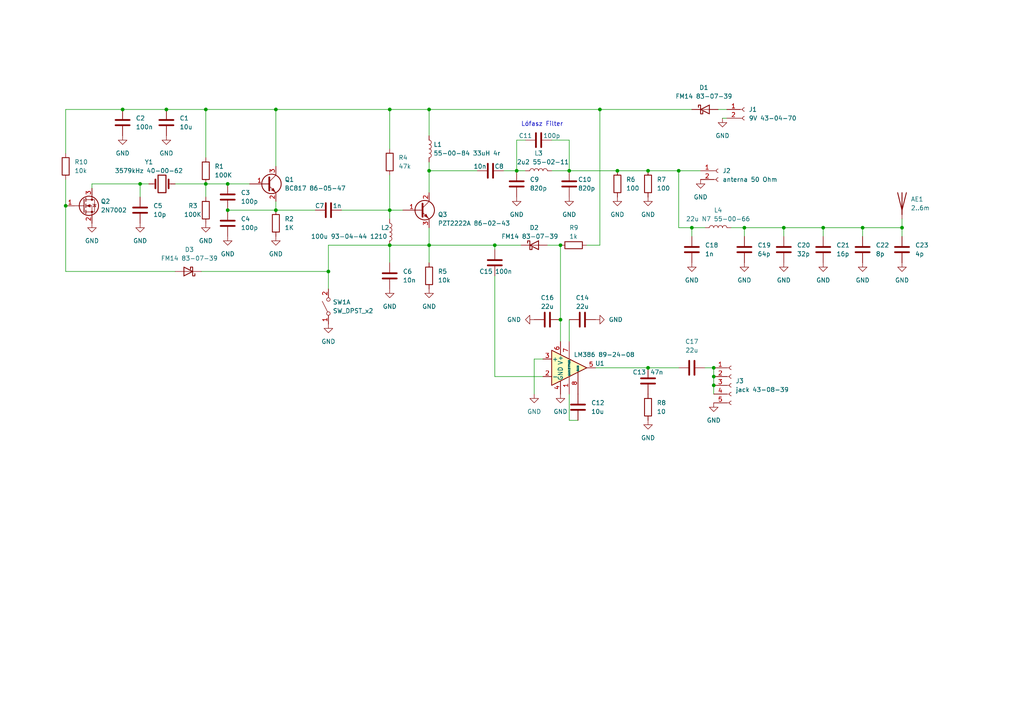
<source format=kicad_sch>
(kicad_sch (version 20230121) (generator eeschema)
  (paper "A4")
  (lib_symbols
    (symbol "Amplifier_Audio:LM386" (pin_names (offset 0.127))
      (property "Reference" "U" (at 1.27 7.62 0))
      (property "Value" "LM386" (at 1.27 5.08 0))
      (symbol "LM386_0_1"
        (polyline (pts (xy 5.08 0) (xy -5.08 5.08) (xy -5.08 -5.08) (xy 5.08 0)) (stroke (width 0.254)) (fill (type background)))
      )
      (symbol "LM386_1_1"
        (pin input line (at 0 -7.62 90) (length 5.08) (name "GAIN") (number "1"))
        (pin input line (at -7.62 -2.54 0) (length 2.54) (name "-") (number "2"))
        (pin input line (at -7.62 2.54 0) (length 2.54) (name "+") (number "3"))
        (pin power_in line (at -2.54 -7.62 90) (length 3.81) (name "GND") (number "4"))
        (pin output line (at 7.62 0 180) (length 2.54) (name "~") (number "5"))
        (pin power_in line (at -2.54 7.62 270) (length 3.81) (name "V+") (number "6"))
        (pin input line (at 0 7.62 270) (length 5.08) (name "BYPASS") (number "7"))
        (pin input line (at 2.54 -7.62 90) (length 6.35) (name "GAIN") (number "8"))
      )
    )
    (symbol "Connector:Conn_01x02_Socket" (pin_names (offset 1.016) hide)
      (property "Reference" "J" (at 0 2.54 0))
      (property "Value" "Conn_01x02_Socket" (at 0 -5.08 0))
      (symbol "Conn_01x02_Socket_1_1"
        (arc (start 0 -2.032) (mid -0.5058 -2.54) (end 0 -3.048) (stroke (width 0.1524)))
        (polyline (pts (xy -1.27 -2.54) (xy -0.508 -2.54)) (stroke (width 0.1524)))
        (polyline (pts (xy -1.27 0) (xy -0.508 0)) (stroke (width 0.1524)))
        (arc (start 0 0.508) (mid -0.5058 0) (end 0 -0.508) (stroke (width 0.1524)))
        (pin passive line (at -5.08 0 0) (length 3.81) (name "Pin_1") (number "1"))
        (pin passive line (at -5.08 -2.54 0) (length 3.81) (name "Pin_2") (number "2"))
      )
    )
    (symbol "Connector:Conn_01x05_Socket" (pin_names (offset 1.016) hide)
      (property "Reference" "J" (at 0 7.62 0))
      (property "Value" "Conn_01x05_Socket" (at 0 -7.62 0))
      (symbol "Conn_01x05_Socket_1_1"
        (arc (start 0 -4.572) (mid -0.5058 -5.08) (end 0 -5.588) (stroke (width 0.1524)))
        (arc (start 0 -2.032) (mid -0.5058 -2.54) (end 0 -3.048) (stroke (width 0.1524)))
        (polyline (pts (xy -1.27 -5.08) (xy -0.508 -5.08)) (stroke (width 0.1524)))
        (polyline (pts (xy -1.27 -2.54) (xy -0.508 -2.54)) (stroke (width 0.1524)))
        (polyline (pts (xy -1.27 0) (xy -0.508 0)) (stroke (width 0.1524)))
        (polyline (pts (xy -1.27 2.54) (xy -0.508 2.54)) (stroke (width 0.1524)))
        (polyline (pts (xy -1.27 5.08) (xy -0.508 5.08)) (stroke (width 0.1524)))
        (arc (start 0 0.508) (mid -0.5058 0) (end 0 -0.508) (stroke (width 0.1524)))
        (arc (start 0 3.048) (mid -0.5058 2.54) (end 0 2.032) (stroke (width 0.1524)))
        (arc (start 0 5.588) (mid -0.5058 5.08) (end 0 4.572) (stroke (width 0.1524)))
        (pin passive line (at -5.08 5.08 0) (length 3.81) (name "Pin_1") (number "1"))
        (pin passive line (at -5.08 2.54 0) (length 3.81) (name "Pin_2") (number "2"))
        (pin passive line (at -5.08 0 0) (length 3.81) (name "Pin_3") (number "3"))
        (pin passive line (at -5.08 -2.54 0) (length 3.81) (name "Pin_4") (number "4"))
        (pin passive line (at -5.08 -5.08 0) (length 3.81) (name "Pin_5") (number "5"))
      )
    )
    (symbol "Device:Antenna" (pin_numbers hide) (pin_names (offset 1.016) hide)
      (property "Reference" "AE" (at -1.905 1.905 0))
      (property "Value" "Antenna" (at -1.905 0 0))
      (symbol "Antenna_0_1"
        (polyline (pts (xy 0 2.54) (xy 0 -3.81)) (stroke (width 0.254)))
        (polyline (pts (xy 1.27 2.54) (xy 0 -2.54) (xy -1.27 2.54)) (stroke (width 0.254)))
      )
      (symbol "Antenna_1_1"
        (pin input line (at 0 -5.08 90) (length 2.54) (name "A") (number "1"))
      )
    )
    (symbol "Device:C" (pin_numbers hide) (pin_names (offset 0.254))
      (property "Reference" "C" (at 0.635 2.54 0))
      (property "Value" "C" (at 0.635 -2.54 0))
      (symbol "C_0_1"
        (polyline (pts (xy -2.032 -0.762) (xy 2.032 -0.762)) (stroke (width 0.508)))
        (polyline (pts (xy -2.032 0.762) (xy 2.032 0.762)) (stroke (width 0.508)))
      )
      (symbol "C_1_1"
        (pin passive line (at 0 3.81 270) (length 2.794) (name "~") (number "1"))
        (pin passive line (at 0 -3.81 90) (length 2.794) (name "~") (number "2"))
      )
    )
    (symbol "Device:Crystal" (pin_numbers hide) (pin_names (offset 1.016) hide)
      (property "Reference" "Y" (at 0 3.81 0))
      (property "Value" "Crystal" (at 0 -3.81 0))
      (symbol "Crystal_0_1"
        (rectangle (start -1.143 2.54) (end 1.143 -2.54) (stroke (width 0.3048)))
        (polyline (pts (xy -2.54 0) (xy -1.905 0)))
        (polyline (pts (xy -1.905 -1.27) (xy -1.905 1.27)) (stroke (width 0.508)))
        (polyline (pts (xy 1.905 -1.27) (xy 1.905 1.27)) (stroke (width 0.508)))
        (polyline (pts (xy 2.54 0) (xy 1.905 0)))
      )
      (symbol "Crystal_1_1"
        (pin passive line (at -3.81 0 0) (length 1.27) (name "1") (number "1"))
        (pin passive line (at 3.81 0 180) (length 1.27) (name "2") (number "2"))
      )
    )
    (symbol "Device:D_Schottky" (pin_numbers hide) (pin_names (offset 1.016) hide)
      (property "Reference" "D" (at 0 2.54 0))
      (property "Value" "D_Schottky" (at 0 -2.54 0))
      (symbol "D_Schottky_0_1"
        (polyline (pts (xy 1.27 0) (xy -1.27 0)))
        (polyline (pts (xy 1.27 1.27) (xy 1.27 -1.27) (xy -1.27 0) (xy 1.27 1.27)) (stroke (width 0.254)))
        (polyline (pts (xy -1.905 0.635) (xy -1.905 1.27) (xy -1.27 1.27) (xy -1.27 -1.27) (xy -0.635 -1.27) (xy -0.635 -0.635)) (stroke (width 0.254)))
      )
      (symbol "D_Schottky_1_1"
        (pin passive line (at -3.81 0 0) (length 2.54) (name "K") (number "1"))
        (pin passive line (at 3.81 0 180) (length 2.54) (name "A") (number "2"))
      )
    )
    (symbol "Device:L" (pin_numbers hide) (pin_names (offset 1.016) hide)
      (property "Reference" "L" (at -1.27 0 90))
      (property "Value" "L" (at 1.905 0 90))
      (symbol "L_0_1"
        (arc (start 0 -2.54) (mid 0.6323 -1.905) (end 0 -1.27))
        (arc (start 0 -1.27) (mid 0.6323 -0.635) (end 0 0))
        (arc (start 0 0) (mid 0.6323 0.635) (end 0 1.27))
        (arc (start 0 1.27) (mid 0.6323 1.905) (end 0 2.54))
      )
      (symbol "L_1_1"
        (pin passive line (at 0 3.81 270) (length 1.27) (name "1") (number "1"))
        (pin passive line (at 0 -3.81 90) (length 1.27) (name "2") (number "2"))
      )
    )
    (symbol "Device:R" (pin_numbers hide) (pin_names (offset 0))
      (property "Reference" "R" (at 2.032 0 90))
      (property "Value" "R" (at 0 0 90))
      (symbol "R_0_1"
        (rectangle (start -1.016 -2.54) (end 1.016 2.54) (stroke (width 0.254)))
      )
      (symbol "R_1_1"
        (pin passive line (at 0 3.81 270) (length 1.27) (name "~") (number "1"))
        (pin passive line (at 0 -3.81 90) (length 1.27) (name "~") (number "2"))
      )
    )
    (symbol "Switch:SW_DPST_x2" (pin_names (offset 0) hide)
      (property "Reference" "SW" (at 0 3.175 0))
      (property "Value" "SW_DPST_x2" (at 0 -2.54 0))
      (symbol "SW_DPST_x2_0_0"
        (circle (center -2.032 0) (radius 0.508))
        (polyline (pts (xy -1.524 0.254) (xy 1.524 1.778)))
        (circle (center 2.032 0) (radius 0.508))
      )
      (symbol "SW_DPST_x2_1_1"
        (pin passive line (at -5.08 0 0) (length 2.54) (name "A") (number "1"))
        (pin passive line (at 5.08 0 180) (length 2.54) (name "B") (number "2"))
      )
      (symbol "SW_DPST_x2_2_1"
        (pin passive line (at -5.08 0 0) (length 2.54) (name "A") (number "3"))
        (pin passive line (at 5.08 0 180) (length 2.54) (name "B") (number "4"))
      )
    )
    (symbol "Transistor_BJT:BC817" (pin_names (offset 0) hide)
      (property "Reference" "Q" (at 5.08 1.905 0))
      (property "Value" "BC817" (at 5.08 0 0))
      (symbol "BC817_0_1"
        (polyline (pts (xy 0.635 0.635) (xy 2.54 2.54)))
        (polyline (pts (xy 0.635 -0.635) (xy 2.54 -2.54) (xy 2.54 -2.54)))
        (polyline (pts (xy 0.635 1.905) (xy 0.635 -1.905) (xy 0.635 -1.905)) (stroke (width 0.508)))
        (polyline (pts (xy 1.27 -1.778) (xy 1.778 -1.27) (xy 2.286 -2.286) (xy 1.27 -1.778) (xy 1.27 -1.778)) (fill (type outline)))
        (circle (center 1.27 0) (radius 2.8194) (stroke (width 0.254)))
      )
      (symbol "BC817_1_1"
        (pin input line (at -5.08 0 0) (length 5.715) (name "B") (number "1"))
        (pin passive line (at 2.54 -5.08 90) (length 2.54) (name "E") (number "2"))
        (pin passive line (at 2.54 5.08 270) (length 2.54) (name "C") (number "3"))
      )
    )
    (symbol "Transistor_BJT:PZT2222A" (pin_names (offset 0) hide)
      (property "Reference" "Q" (at 5.08 1.905 0))
      (property "Value" "PZT2222A" (at 5.08 0 0))
      (symbol "PZT2222A_0_1"
        (polyline (pts (xy 0 0) (xy 0.635 0)))
        (polyline (pts (xy 2.54 -2.54) (xy 0.635 -0.635)))
        (polyline (pts (xy 2.54 2.54) (xy 0.635 0.635)))
        (polyline (pts (xy 0.635 1.905) (xy 0.635 -1.905) (xy 0.635 -1.905)) (stroke (width 0.508)))
        (polyline (pts (xy 2.286 -2.286) (xy 1.778 -1.778) (xy 1.778 -1.778)))
        (polyline (pts (xy 1.143 -1.651) (xy 1.651 -1.143) (xy 2.159 -2.159) (xy 1.143 -1.651) (xy 1.143 -1.651)) (fill (type outline)))
        (circle (center 1.27 0) (radius 2.8194) (stroke (width 0.254)))
      )
      (symbol "PZT2222A_1_1"
        (pin input line (at -5.08 0 0) (length 5.08) (name "B") (number "1"))
        (pin passive line (at 2.54 5.08 270) (length 2.54) (name "C") (number "2"))
        (pin passive line (at 2.54 -5.08 90) (length 2.54) (name "E") (number "3"))
      )
    )
    (symbol "Transistor_FET:2N7002" (pin_names hide)
      (property "Reference" "Q" (at 5.08 1.905 0))
      (property "Value" "2N7002" (at 5.08 0 0))
      (symbol "2N7002_0_1"
        (polyline (pts (xy 0.254 0) (xy -2.54 0)))
        (polyline (pts (xy 0.254 1.905) (xy 0.254 -1.905)) (stroke (width 0.254)))
        (polyline (pts (xy 0.762 -1.27) (xy 0.762 -2.286)) (stroke (width 0.254)))
        (polyline (pts (xy 0.762 0.508) (xy 0.762 -0.508)) (stroke (width 0.254)))
        (polyline (pts (xy 0.762 2.286) (xy 0.762 1.27)) (stroke (width 0.254)))
        (polyline (pts (xy 2.54 2.54) (xy 2.54 1.778)))
        (polyline (pts (xy 2.54 -2.54) (xy 2.54 0) (xy 0.762 0)))
        (polyline (pts (xy 0.762 -1.778) (xy 3.302 -1.778) (xy 3.302 1.778) (xy 0.762 1.778)))
        (polyline (pts (xy 1.016 0) (xy 2.032 0.381) (xy 2.032 -0.381) (xy 1.016 0)) (fill (type outline)))
        (polyline (pts (xy 2.794 0.508) (xy 2.921 0.381) (xy 3.683 0.381) (xy 3.81 0.254)))
        (polyline (pts (xy 3.302 0.381) (xy 2.921 -0.254) (xy 3.683 -0.254) (xy 3.302 0.381)))
        (circle (center 1.651 0) (radius 2.794) (stroke (width 0.254)))
        (circle (center 2.54 -1.778) (radius 0.254) (fill (type outline)))
        (circle (center 2.54 1.778) (radius 0.254) (fill (type outline)))
      )
      (symbol "2N7002_1_1"
        (pin input line (at -5.08 0 0) (length 2.54) (name "G") (number "1"))
        (pin passive line (at 2.54 -5.08 90) (length 2.54) (name "S") (number "2"))
        (pin passive line (at 2.54 5.08 270) (length 2.54) (name "D") (number "3"))
      )
    )
    (symbol "power:GND" (power) (pin_names (offset 0))
      (property "Value" "GND" (at 0 -3.81 0))
      (symbol "GND_0_1"
        (polyline (pts (xy 0 0) (xy 0 -1.27) (xy 1.27 -1.27) (xy 0 -2.54) (xy -1.27 -1.27) (xy 0 -1.27)))
      )
      (symbol "GND_1_1"
        (pin power_in line (at 0 0 270) (length 0) hide (name "GND") (number "1"))
      )
    )
  )
  (junction (at 207.01 106.68))
  (junction (at 196.85 49.53))
  (junction (at 48.26 31.75))
  (junction (at 40.64 53.34))
  (junction (at 165.1 49.53))
  (junction (at 113.03 60.96))
  (junction (at 207.01 109.22))
  (junction (at 59.69 53.34))
  (junction (at 59.69 31.75))
  (junction (at 261.62 66.04))
  (junction (at 66.04 60.96))
  (junction (at 187.96 49.53))
  (junction (at 179.07 49.53))
  (junction (at 80.01 31.75))
  (junction (at 124.46 71.12))
  (junction (at 124.46 31.75))
  (junction (at 173.99 31.75))
  (junction (at 35.56 31.75))
  (junction (at 80.01 60.96))
  (junction (at 227.33 66.04))
  (junction (at 113.03 31.75))
  (junction (at 149.86 49.53))
  (junction (at 200.66 66.04))
  (junction (at 162.56 92.71))
  (junction (at 238.76 66.04))
  (junction (at 19.05 59.69))
  (junction (at 250.19 66.04))
  (junction (at 124.46 49.53))
  (junction (at 215.9 66.04))
  (junction (at 162.56 71.12))
  (junction (at 143.51 71.12))
  (junction (at 113.03 71.12))
  (junction (at 66.04 53.34))
  (junction (at 207.01 111.76))
  (junction (at 187.96 106.68))
  (junction (at 95.25 78.74))
  (wire (pts (xy 215.9 66.04) (xy 227.33 66.04)))
  (wire (pts (xy 238.76 66.04) (xy 250.19 66.04)))
  (wire (pts (xy 50.8 53.34) (xy 59.69 53.34)))
  (wire (pts (xy 124.46 49.53) (xy 138.43 49.53)))
  (wire (pts (xy 124.46 71.12) (xy 124.46 76.2)))
  (wire (pts (xy 167.64 121.92) (xy 165.1 121.92)))
  (wire (pts (xy 165.1 92.71) (xy 165.1 99.06)))
  (wire (pts (xy 124.46 71.12) (xy 143.51 71.12)))
  (wire (pts (xy 35.56 31.75) (xy 19.05 31.75)))
  (wire (pts (xy 149.86 49.53) (xy 152.4 49.53)))
  (wire (pts (xy 66.04 53.34) (xy 72.39 53.34)))
  (wire (pts (xy 80.01 31.75) (xy 113.03 31.75)))
  (wire (pts (xy 35.56 31.75) (xy 48.26 31.75)))
  (wire (pts (xy 261.62 63.5) (xy 261.62 66.04)))
  (wire (pts (xy 113.03 60.96) (xy 116.84 60.96)))
  (wire (pts (xy 95.25 78.74) (xy 95.25 83.82)))
  (wire (pts (xy 208.28 31.75) (xy 210.82 31.75)))
  (wire (pts (xy 187.96 49.53) (xy 196.85 49.53)))
  (wire (pts (xy 196.85 49.53) (xy 196.85 66.04)))
  (wire (pts (xy 143.51 109.22) (xy 157.48 109.22)))
  (wire (pts (xy 160.02 49.53) (xy 165.1 49.53)))
  (wire (pts (xy 227.33 66.04) (xy 238.76 66.04)))
  (wire (pts (xy 113.03 71.12) (xy 113.03 76.2)))
  (wire (pts (xy 48.26 31.75) (xy 59.69 31.75)))
  (wire (pts (xy 99.06 60.96) (xy 113.03 60.96)))
  (wire (pts (xy 113.03 71.12) (xy 95.25 71.12)))
  (wire (pts (xy 124.46 39.37) (xy 124.46 31.75)))
  (wire (pts (xy 19.05 52.07) (xy 19.05 59.69)))
  (wire (pts (xy 80.01 31.75) (xy 80.01 48.26)))
  (wire (pts (xy 162.56 92.71) (xy 162.56 99.06)))
  (wire (pts (xy 207.01 109.22) (xy 207.01 111.76)))
  (wire (pts (xy 59.69 31.75) (xy 80.01 31.75)))
  (wire (pts (xy 187.96 106.68) (xy 196.85 106.68)))
  (wire (pts (xy 58.42 78.74) (xy 95.25 78.74)))
  (wire (pts (xy 143.51 72.39) (xy 143.51 71.12)))
  (wire (pts (xy 26.67 53.34) (xy 26.67 54.61)))
  (wire (pts (xy 19.05 31.75) (xy 19.05 44.45)))
  (wire (pts (xy 170.18 71.12) (xy 173.99 71.12)))
  (wire (pts (xy 212.09 66.04) (xy 215.9 66.04)))
  (wire (pts (xy 154.94 104.14) (xy 154.94 114.3)))
  (wire (pts (xy 40.64 53.34) (xy 26.67 53.34)))
  (wire (pts (xy 165.1 40.64) (xy 165.1 49.53)))
  (wire (pts (xy 19.05 78.74) (xy 19.05 59.69)))
  (wire (pts (xy 209.55 34.29) (xy 210.82 34.29)))
  (wire (pts (xy 59.69 53.34) (xy 59.69 57.15)))
  (wire (pts (xy 157.48 104.14) (xy 154.94 104.14)))
  (wire (pts (xy 204.47 106.68) (xy 207.01 106.68)))
  (wire (pts (xy 172.72 106.68) (xy 187.96 106.68)))
  (wire (pts (xy 59.69 53.34) (xy 66.04 53.34)))
  (wire (pts (xy 124.46 31.75) (xy 173.99 31.75)))
  (wire (pts (xy 113.03 31.75) (xy 124.46 31.75)))
  (wire (pts (xy 196.85 49.53) (xy 203.2 49.53)))
  (wire (pts (xy 113.03 60.96) (xy 113.03 63.5)))
  (wire (pts (xy 165.1 49.53) (xy 179.07 49.53)))
  (wire (pts (xy 124.46 49.53) (xy 124.46 55.88)))
  (wire (pts (xy 173.99 31.75) (xy 200.66 31.75)))
  (wire (pts (xy 204.47 66.04) (xy 200.66 66.04)))
  (wire (pts (xy 160.02 40.64) (xy 165.1 40.64)))
  (wire (pts (xy 200.66 66.04) (xy 200.66 68.58)))
  (wire (pts (xy 250.19 66.04) (xy 250.19 68.58)))
  (wire (pts (xy 124.46 46.99) (xy 124.46 49.53)))
  (wire (pts (xy 165.1 121.92) (xy 165.1 114.3)))
  (wire (pts (xy 215.9 66.04) (xy 215.9 68.58)))
  (wire (pts (xy 238.76 66.04) (xy 238.76 68.58)))
  (wire (pts (xy 143.51 71.12) (xy 151.13 71.12)))
  (wire (pts (xy 113.03 31.75) (xy 113.03 43.18)))
  (wire (pts (xy 40.64 57.15) (xy 40.64 53.34)))
  (wire (pts (xy 59.69 45.72) (xy 59.69 31.75)))
  (wire (pts (xy 173.99 31.75) (xy 173.99 71.12)))
  (wire (pts (xy 66.04 60.96) (xy 80.01 60.96)))
  (wire (pts (xy 196.85 66.04) (xy 200.66 66.04)))
  (wire (pts (xy 113.03 50.8) (xy 113.03 60.96)))
  (wire (pts (xy 250.19 66.04) (xy 261.62 66.04)))
  (wire (pts (xy 261.62 66.04) (xy 261.62 68.58)))
  (wire (pts (xy 143.51 80.01) (xy 143.51 109.22)))
  (wire (pts (xy 162.56 71.12) (xy 162.56 92.71)))
  (wire (pts (xy 95.25 71.12) (xy 95.25 78.74)))
  (wire (pts (xy 40.64 53.34) (xy 43.18 53.34)))
  (wire (pts (xy 149.86 40.64) (xy 152.4 40.64)))
  (wire (pts (xy 207.01 111.76) (xy 207.01 114.3)))
  (wire (pts (xy 179.07 49.53) (xy 187.96 49.53)))
  (wire (pts (xy 158.75 71.12) (xy 162.56 71.12)))
  (wire (pts (xy 146.05 49.53) (xy 149.86 49.53)))
  (wire (pts (xy 50.8 78.74) (xy 19.05 78.74)))
  (wire (pts (xy 80.01 58.42) (xy 80.01 60.96)))
  (wire (pts (xy 124.46 71.12) (xy 124.46 66.04)))
  (wire (pts (xy 207.01 106.68) (xy 207.01 109.22)))
  (wire (pts (xy 113.03 71.12) (xy 124.46 71.12)))
  (wire (pts (xy 91.44 60.96) (xy 80.01 60.96)))
  (wire (pts (xy 227.33 66.04) (xy 227.33 68.58)))
  (wire (pts (xy 149.86 49.53) (xy 149.86 40.64)))
  (text "Lófasz Filter\n" (at 151.13 36.83 0) (effects (font (size 1.27 1.27)) (justify left bottom)))
  (symbol (lib_id "Device:C") (at 48.26 35.56 0) (unit 1)
    (property "Reference" "C1" (at 52.07 34.29 0) (effects (justify left)))
    (property "Value" "10u" (at 52.07 36.83 0) (effects (justify left)))
    (property "Footprint" "Capacitor_SMD:C_1206_3216Metric" (effects hide))
  )
  (symbol (lib_id "power:GND") (at 113.03 83.82 0) (unit 1)
    (property "Reference" "#PWR09" (effects hide))
    (property "Value" "GND" (at 113.03 88.9 0))
  )
  (symbol (lib_id "power:GND") (at 209.55 34.29 0) (unit 1)
    (property "Reference" "#PWR05" (effects hide))
    (property "Value" "GND" (at 209.55 39.37 0))
  )
  (symbol (lib_id "power:GND") (at 59.69 64.77 0) (unit 1)
    (property "Reference" "#PWR02" (effects hide))
    (property "Value" "GND" (at 59.69 69.85 0))
  )
  (symbol (lib_id "Device:C") (at 40.64 60.96 0) (unit 1)
    (property "Reference" "C5" (at 44.45 59.69 0) (effects (justify left)))
    (property "Value" "10p" (at 44.45 62.23 0) (effects (justify left)))
    (property "Footprint" "Capacitor_SMD:C_0805_2012Metric" (effects hide))
  )
  (symbol (lib_id "Device:R") (at 166.37 71.12 270) (unit 1)
    (property "Reference" "R9" (at 165.1 66.04 90) (effects (justify left)))
    (property "Value" "1k" (at 165.1 68.58 90) (effects (justify left)))
    (property "Footprint" "Resistor_SMD:R_0805_2012Metric" (effects hide))
  )
  (symbol (lib_id "Transistor_BJT:BC817") (at 77.47 53.34 0) (unit 1)
    (property "Reference" "Q1" (at 82.55 52.07 0) (effects (justify left)))
    (property "Value" "BC817 86-05-47" (at 82.55 54.61 0) (effects (justify left)))
    (property "Footprint" "Package_TO_SOT_SMD:SOT-23" (effects hide))
    (property "Datasheet" "https://www.onsemi.com/pub/Collateral/BC818-D.pdf 86-05-47" (effects hide))
  )
  (symbol (lib_id "Device:C") (at 250.19 72.39 0) (unit 1)
    (property "Reference" "C22" (at 254 71.12 0) (effects (justify left)))
    (property "Value" "8p" (at 254 73.66 0) (effects (justify left)))
    (property "Footprint" "Capacitor_SMD:C_0805_2012Metric" (effects hide))
  )
  (symbol (lib_id "Device:L") (at 156.21 49.53 90) (unit 1)
    (property "Reference" "L3" (at 156.21 44.45 90))
    (property "Value" "2u2 55-02-11" (at 157.48 46.99 90))
    (property "Datasheet" "2u2 55-02-11" (effects hide))
  )
  (symbol (lib_id "Device:C") (at 200.66 106.68 90) (unit 1)
    (property "Reference" "C17" (at 200.66 99.06 90))
    (property "Value" "22u" (at 200.66 101.6 90))
    (property "Footprint" "Capacitor_SMD:C_0805_2012Metric" (effects hide))
  )
  (symbol (lib_id "Device:R") (at 19.05 48.26 0) (unit 1)
    (property "Reference" "R10" (at 21.59 46.99 0) (effects (justify left)))
    (property "Value" "10k" (at 21.59 49.53 0) (effects (justify left)))
    (property "Footprint" "Resistor_SMD:R_0805_2012Metric" (effects hide))
  )
  (symbol (lib_id "power:GND") (at 26.67 64.77 0) (unit 1)
    (property "Reference" "#PWR08" (effects hide))
    (property "Value" "GND" (at 26.67 69.85 0))
  )
  (symbol (lib_id "Device:L") (at 208.28 66.04 90) (unit 1)
    (property "Reference" "L4" (at 208.28 60.96 90))
    (property "Value" "22u N7 55-00-66" (at 208.28 63.5 90))
    (property "Datasheet" "22u N7 55-00-66" (effects hide))
  )
  (symbol (lib_id "Connector:Conn_01x02_Socket") (at 208.28 49.53 0) (unit 1)
    (property "Reference" "J2" (at 209.55 49.53 0) (effects (justify left)))
    (property "Value" "anterna 50 Ohm" (at 209.55 52.07 0) (effects (justify left)))
    (property "Footprint" "tcvr:coax" (effects hide))
  )
  (symbol (lib_id "Connector:Conn_01x05_Socket") (at 212.09 111.76 0) (unit 1)
    (property "Reference" "J3" (at 213.36 110.49 0) (effects (justify left)))
    (property "Value" "jack 43-08-39" (at 213.36 113.03 0) (effects (justify left)))
    (property "Datasheet" "jack 43-08-39" (effects hide))
  )
  (symbol (lib_id "power:GND") (at 238.76 76.2 0) (unit 1)
    (property "Reference" "#PWR026" (effects hide))
    (property "Value" "GND" (at 238.76 81.28 0))
  )
  (symbol (lib_id "Connector:Conn_01x02_Socket") (at 215.9 31.75 0) (unit 1)
    (property "Reference" "J1" (at 217.17 31.75 0) (effects (justify left)))
    (property "Value" "9V 43-04-70" (at 217.17 34.29 0) (effects (justify left)))
    (property "Footprint" "Connector_PinHeader_2.54mm:PinHeader_1x02_P2.54mm_Vertical" (effects hide))
    (property "Datasheet" "43-04-70" (effects hide))
  )
  (symbol (lib_id "Device:C") (at 215.9 72.39 0) (unit 1)
    (property "Reference" "C19" (at 219.71 71.12 0) (effects (justify left)))
    (property "Value" "64p" (at 219.71 73.66 0) (effects (justify left)))
    (property "Footprint" "Capacitor_SMD:C_0805_2012Metric" (effects hide))
  )
  (symbol (lib_id "power:GND") (at 227.33 76.2 0) (unit 1)
    (property "Reference" "#PWR025" (effects hide))
    (property "Value" "GND" (at 227.33 81.28 0))
  )
  (symbol (lib_id "power:GND") (at 215.9 76.2 0) (unit 1)
    (property "Reference" "#PWR023" (effects hide))
    (property "Value" "GND" (at 215.9 81.28 0))
  )
  (symbol (lib_id "Device:C") (at 149.86 53.34 0) (unit 1)
    (property "Reference" "C9" (at 153.67 52.07 0) (effects (justify left)))
    (property "Value" "820p" (at 153.67 54.61 0) (effects (justify left)))
    (property "Footprint" "Capacitor_SMD:C_0805_2012Metric" (effects hide))
  )
  (symbol (lib_id "power:GND") (at 187.96 57.15 0) (unit 1)
    (property "Reference" "#PWR015" (effects hide))
    (property "Value" "GND" (at 187.96 62.23 0))
  )
  (symbol (lib_id "Device:C") (at 165.1 53.34 0) (unit 1)
    (property "Reference" "C10" (at 167.64 52.07 0) (effects (justify left)))
    (property "Value" "820p" (at 167.64 54.61 0) (effects (justify left)))
    (property "Footprint" "Capacitor_SMD:C_0805_2012Metric" (effects hide))
  )
  (symbol (lib_id "Device:C") (at 187.96 110.49 0) (unit 1)
    (property "Reference" "C13" (at 185.42 107.95 0))
    (property "Value" "47n" (at 190.5 107.95 0))
    (property "Footprint" "Capacitor_SMD:C_0805_2012Metric" (effects hide))
  )
  (symbol (lib_id "Device:C") (at 156.21 40.64 90) (unit 1)
    (property "Reference" "C11" (at 152.4 39.37 90))
    (property "Value" "100p" (at 160.02 39.37 90))
    (property "Footprint" "Capacitor_SMD:C_0805_2012Metric" (effects hide))
  )
  (symbol (lib_id "Device:D_Schottky") (at 204.47 31.75 0) (unit 1)
    (property "Reference" "D1" (at 204.1525 25.4 0))
    (property "Value" "FM14 83-07-39" (at 204.1525 27.94 0))
    (property "Footprint" "Capacitor_SMD:C_1206_3216Metric" (effects hide))
    (property "Datasheet" "83-07-39" (effects hide))
  )
  (symbol (lib_id "power:GND") (at 40.64 64.77 0) (unit 1)
    (property "Reference" "#PWR07" (effects hide))
    (property "Value" "GND" (at 40.64 69.85 0))
  )
  (symbol (lib_id "power:GND") (at 35.56 39.37 0) (unit 1)
    (property "Reference" "#PWR04" (effects hide))
    (property "Value" "GND" (at 35.56 44.45 0))
  )
  (symbol (lib_id "Device:R") (at 59.69 60.96 0) (unit 1)
    (property "Reference" "R3" (at 54.61 59.69 0) (effects (justify left)))
    (property "Value" "100K" (at 53.34 62.23 0) (effects (justify left)))
    (property "Footprint" "Resistor_SMD:R_0805_2012Metric" (effects hide))
  )
  (symbol (lib_id "Device:C") (at 261.62 72.39 0) (unit 1)
    (property "Reference" "C23" (at 265.43 71.12 0) (effects (justify left)))
    (property "Value" "4p" (at 265.43 73.66 0) (effects (justify left)))
    (property "Footprint" "Capacitor_SMD:C_0805_2012Metric" (effects hide))
  )
  (symbol (lib_id "Switch:SW_DPST_x2") (at 95.25 88.9 90) (unit 1)
    (property "Reference" "SW1" (at 96.52 87.63 90) (effects (justify right)))
    (property "Value" "SW_DPST_x2" (at 96.52 90.17 90) (effects (justify right)))
  )
  (symbol (lib_id "power:GND") (at 95.25 93.98 0) (unit 1)
    (property "Reference" "#PWR022" (effects hide))
    (property "Value" "GND" (at 95.25 99.06 0))
  )
  (symbol (lib_id "power:GND") (at 187.96 121.92 0) (unit 1)
    (property "Reference" "#PWR018" (effects hide))
    (property "Value" "GND" (at 187.96 127 0))
  )
  (symbol (lib_id "Device:C") (at 66.04 57.15 0) (unit 1)
    (property "Reference" "C3" (at 69.85 55.88 0) (effects (justify left)))
    (property "Value" "100p" (at 69.85 58.42 0) (effects (justify left)))
    (property "Footprint" "Capacitor_SMD:C_0805_2012Metric" (effects hide))
  )
  (symbol (lib_id "power:GND") (at 203.2 52.07 0) (unit 1)
    (property "Reference" "#PWR013" (effects hide))
    (property "Value" "GND" (at 203.2 57.15 0))
  )
  (symbol (lib_id "Device:L") (at 113.03 67.31 0) (unit 1)
    (property "Reference" "L2" (at 110.49 66.04 0) (effects (justify left)))
    (property "Value" "100u 93-04-44 1210" (at 90.17 68.58 0) (effects (justify left)))
    (property "Datasheet" "100u 93-04-44 1210" (effects hide))
  )
  (symbol (lib_id "power:GND") (at 172.72 92.71 90) (unit 1)
    (property "Reference" "#PWR019" (effects hide))
    (property "Value" "GND" (at 176.53 92.71 90) (effects (justify right)))
  )
  (symbol (lib_id "power:GND") (at 80.01 68.58 0) (unit 1)
    (property "Reference" "#PWR01" (effects hide))
    (property "Value" "GND" (at 80.01 73.66 0))
  )
  (symbol (lib_id "Device:R") (at 59.69 49.53 0) (unit 1)
    (property "Reference" "R1" (at 62.23 48.26 0) (effects (justify left)))
    (property "Value" "100K" (at 62.23 50.8 0) (effects (justify left)))
    (property "Footprint" "Resistor_SMD:R_0805_2012Metric" (effects hide))
  )
  (symbol (lib_id "Device:C") (at 227.33 72.39 0) (unit 1)
    (property "Reference" "C20" (at 231.14 71.12 0) (effects (justify left)))
    (property "Value" "32p" (at 231.14 73.66 0) (effects (justify left)))
    (property "Footprint" "Capacitor_SMD:C_0805_2012Metric" (effects hide))
  )
  (symbol (lib_id "Device:C") (at 113.03 80.01 0) (unit 1)
    (property "Reference" "C6" (at 116.84 78.74 0) (effects (justify left)))
    (property "Value" "10n" (at 116.84 81.28 0) (effects (justify left)))
    (property "Footprint" "Capacitor_SMD:C_0805_2012Metric" (effects hide))
  )
  (symbol (lib_id "power:GND") (at 165.1 57.15 0) (unit 1)
    (property "Reference" "#PWR012" (effects hide))
    (property "Value" "GND" (at 165.1 62.23 0))
  )
  (symbol (lib_id "Device:L") (at 124.46 43.18 0) (unit 1)
    (property "Reference" "L1" (at 125.73 41.91 0) (effects (justify left)))
    (property "Value" "55-00-84 33uH 4r" (at 125.73 44.45 0) (effects (justify left)))
    (property "Datasheet" "55-00-84 33uH 4r" (effects hide))
  )
  (symbol (lib_id "power:GND") (at 207.01 116.84 0) (unit 1)
    (property "Reference" "#PWR021" (effects hide))
    (property "Value" "GND" (at 207.01 121.92 0))
  )
  (symbol (lib_id "Device:R") (at 179.07 53.34 0) (unit 1)
    (property "Reference" "R6" (at 181.61 52.07 0) (effects (justify left)))
    (property "Value" "100" (at 181.61 54.61 0) (effects (justify left)))
    (property "Footprint" "Resistor_SMD:R_0805_2012Metric" (effects hide))
  )
  (symbol (lib_id "Device:Antenna") (at 261.62 58.42 0) (unit 1)
    (property "Reference" "AE1" (at 264.16 57.785 0) (effects (justify left)))
    (property "Value" "2..6m" (at 264.16 60.325 0) (effects (justify left)))
    (property "Footprint" "tcvr:key" (effects hide))
  )
  (symbol (lib_id "Device:R") (at 187.96 53.34 0) (unit 1)
    (property "Reference" "R7" (at 190.5 52.07 0) (effects (justify left)))
    (property "Value" "100" (at 190.5 54.61 0) (effects (justify left)))
    (property "Footprint" "Resistor_SMD:R_0805_2012Metric" (effects hide))
  )
  (symbol (lib_id "power:GND") (at 261.62 76.2 0) (unit 1)
    (property "Reference" "#PWR028" (effects hide))
    (property "Value" "GND" (at 261.62 81.28 0))
  )
  (symbol (lib_id "Device:C") (at 158.75 92.71 270) (unit 1)
    (property "Reference" "C16" (at 158.75 86.36 90))
    (property "Value" "22u" (at 158.75 88.9 90))
    (property "Footprint" "Capacitor_SMD:C_0805_2012Metric" (effects hide))
  )
  (symbol (lib_id "power:GND") (at 154.94 92.71 270) (unit 1)
    (property "Reference" "#PWR020" (effects hide))
    (property "Value" "GND" (at 151.13 92.71 90) (effects (justify right)))
  )
  (symbol (lib_id "power:GND") (at 179.07 57.15 0) (unit 1)
    (property "Reference" "#PWR014" (effects hide))
    (property "Value" "GND" (at 179.07 62.23 0))
  )
  (symbol (lib_id "Device:R") (at 187.96 118.11 0) (unit 1)
    (property "Reference" "R8" (at 190.5 116.84 0) (effects (justify left)))
    (property "Value" "10" (at 190.5 119.38 0) (effects (justify left)))
    (property "Footprint" "Resistor_SMD:R_0805_2012Metric" (effects hide))
  )
  (symbol (lib_id "power:GND") (at 154.94 114.3 0) (unit 1)
    (property "Reference" "#PWR017" (effects hide))
    (property "Value" "GND" (at 154.94 119.38 0))
  )
  (symbol (lib_id "Device:C") (at 238.76 72.39 0) (unit 1)
    (property "Reference" "C21" (at 242.57 71.12 0) (effects (justify left)))
    (property "Value" "16p" (at 242.57 73.66 0) (effects (justify left)))
    (property "Footprint" "Capacitor_SMD:C_0805_2012Metric" (effects hide))
  )
  (symbol (lib_id "power:GND") (at 250.19 76.2 0) (unit 1)
    (property "Reference" "#PWR027" (effects hide))
    (property "Value" "GND" (at 250.19 81.28 0))
  )
  (symbol (lib_id "Device:R") (at 80.01 64.77 0) (unit 1)
    (property "Reference" "R2" (at 82.55 63.5 0) (effects (justify left)))
    (property "Value" "1K" (at 82.55 66.04 0) (effects (justify left)))
    (property "Footprint" "Resistor_SMD:R_0805_2012Metric" (effects hide))
  )
  (symbol (lib_id "power:GND") (at 162.56 114.3 0) (unit 1)
    (property "Reference" "#PWR016" (effects hide))
    (property "Value" "GND" (at 162.56 119.38 0))
  )
  (symbol (lib_id "power:GND") (at 48.26 39.37 0) (unit 1)
    (property "Reference" "#PWR03" (effects hide))
    (property "Value" "GND" (at 48.26 44.45 0))
  )
  (symbol (lib_id "Device:C") (at 167.64 118.11 0) (unit 1)
    (property "Reference" "C12" (at 171.45 116.84 0) (effects (justify left)))
    (property "Value" "10u" (at 171.45 119.38 0) (effects (justify left)))
    (property "Footprint" "Capacitor_SMD:C_0805_2012Metric" (effects hide))
  )
  (symbol (lib_id "Transistor_BJT:PZT2222A") (at 121.92 60.96 0) (unit 1)
    (property "Reference" "Q3" (at 127 62.23 0) (effects (justify left)))
    (property "Value" "PZT2222A 86-02-43" (at 127 64.77 0) (effects (justify left)))
    (property "Footprint" "Package_TO_SOT_SMD:SOT-223-3_TabPin2" (effects hide))
    (property "Datasheet" "https://www.onsemi.com/pub/Collateral/PN2222-D.PDF 86-02-43" (effects hide))
  )
  (symbol (lib_id "power:GND") (at 149.86 57.15 0) (unit 1)
    (property "Reference" "#PWR011" (effects hide))
    (property "Value" "GND" (at 149.86 62.23 0))
  )
  (symbol (lib_id "Device:C") (at 168.91 92.71 90) (unit 1)
    (property "Reference" "C14" (at 168.91 86.36 90))
    (property "Value" "22u" (at 168.91 88.9 90))
    (property "Footprint" "Capacitor_SMD:C_0805_2012Metric" (effects hide))
  )
  (symbol (lib_id "Device:D_Schottky") (at 54.61 78.74 180) (unit 1)
    (property "Reference" "D3" (at 54.9275 72.39 0))
    (property "Value" "FM14 83-07-39" (at 54.9275 74.93 0))
    (property "Footprint" "Capacitor_SMD:C_1206_3216Metric" (effects hide))
    (property "Datasheet" "83-07-39" (effects hide))
  )
  (symbol (lib_id "power:GND") (at 124.46 83.82 0) (unit 1)
    (property "Reference" "#PWR010" (effects hide))
    (property "Value" "GND" (at 124.46 88.9 0))
  )
  (symbol (lib_id "Amplifier_Audio:LM386") (at 165.1 106.68 0) (unit 1)
    (property "Reference" "U1" (at 173.99 105.41 0))
    (property "Value" "LM386 89-24-08" (at 175.26 102.87 0))
    (property "Datasheet" "http://www.ti.com/lit/ds/symlink/lm386.pdf 89-24-08" (effects hide))
  )
  (symbol (lib_id "Device:Crystal") (at 46.99 53.34 0) (unit 1)
    (property "Reference" "Y1" (at 43.18 46.99 0))
    (property "Value" "3579kHz 40-00-62" (at 43.18 49.53 0))
    (property "Datasheet" "40-00-62" (effects hide))
  )
  (symbol (lib_id "Device:C") (at 142.24 49.53 90) (unit 1)
    (property "Reference" "C8" (at 144.78 48.26 90))
    (property "Value" "10n " (at 139.7 48.26 90))
    (property "Footprint" "Capacitor_SMD:C_0805_2012Metric" (effects hide))
  )
  (symbol (lib_id "Device:C") (at 143.51 76.2 180) (unit 1)
    (property "Reference" "C15" (at 140.97 78.74 0))
    (property "Value" "100n" (at 146.05 78.74 0))
    (property "Footprint" "Capacitor_SMD:C_0805_2012Metric" (effects hide))
  )
  (symbol (lib_id "power:GND") (at 66.04 68.58 0) (unit 1)
    (property "Reference" "#PWR06" (effects hide))
    (property "Value" "GND" (at 66.04 73.66 0))
  )
  (symbol (lib_id "power:GND") (at 200.66 76.2 0) (unit 1)
    (property "Reference" "#PWR024" (effects hide))
    (property "Value" "GND" (at 200.66 81.28 0))
  )
  (symbol (lib_id "Device:R") (at 113.03 46.99 0) (unit 1)
    (property "Reference" "R4" (at 115.57 45.72 0) (effects (justify left)))
    (property "Value" "47k" (at 115.57 48.26 0) (effects (justify left)))
    (property "Footprint" "Resistor_SMD:R_0805_2012Metric" (effects hide))
  )
  (symbol (lib_id "Transistor_FET:2N7002") (at 24.13 59.69 0) (unit 1)
    (property "Reference" "Q2" (at 29.21 58.42 0) (effects (justify left)))
    (property "Value" "2N7002" (at 29.21 60.96 0) (effects (justify left)))
    (property "Footprint" "Package_TO_SOT_SMD:SOT-23" (effects hide))
    (property "Datasheet" "https://www.onsemi.com/pub/Collateral/NDS7002A-D.PDF" (effects hide))
  )
  (symbol (lib_id "Device:C") (at 200.66 72.39 0) (unit 1)
    (property "Reference" "C18" (at 204.47 71.12 0) (effects (justify left)))
    (property "Value" "1n" (at 204.47 73.66 0) (effects (justify left)))
    (property "Footprint" "Capacitor_SMD:C_0805_2012Metric" (effects hide))
  )
  (symbol (lib_id "Device:R") (at 124.46 80.01 0) (unit 1)
    (property "Reference" "R5" (at 127 78.74 0) (effects (justify left)))
    (property "Value" "10k" (at 127 81.28 0) (effects (justify left)))
    (property "Footprint" "Resistor_SMD:R_0805_2012Metric" (effects hide))
  )
  (symbol (lib_id "Device:D_Schottky") (at 154.94 71.12 0) (unit 1)
    (property "Reference" "D2" (at 154.94 66.04 0))
    (property "Value" "FM14 83-07-39" (at 153.67 68.58 0))
    (property "Footprint" "Capacitor_SMD:C_1206_3216Metric" (effects hide))
    (property "Datasheet" "83-07-39" (effects hide))
  )
  (symbol (lib_id "Device:C") (at 35.56 35.56 0) (unit 1)
    (property "Reference" "C2" (at 39.37 34.29 0) (effects (justify left)))
    (property "Value" "100n" (at 39.37 36.83 0) (effects (justify left)))
    (property "Footprint" "Capacitor_SMD:C_0805_2012Metric" (effects hide))
  )
  (symbol (lib_id "Device:C") (at 95.25 60.96 90) (unit 1)
    (property "Reference" "C7" (at 92.71 59.69 90))
    (property "Value" "1n" (at 97.79 59.69 90))
    (property "Footprint" "Capacitor_SMD:C_0805_2012Metric" (effects hide))
  )
  (symbol (lib_id "Device:C") (at 66.04 64.77 0) (unit 1)
    (property "Reference" "C4" (at 69.85 63.5 0) (effects (justify left)))
    (property "Value" "100p" (at 69.85 66.04 0) (effects (justify left)))
    (property "Footprint" "Capacitor_SMD:C_0805_2012Metric" (effects hide))
  )
)
</source>
